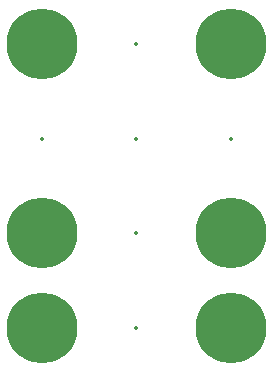
<source format=gbl>
%TF.GenerationSoftware,KiCad,Pcbnew,5.0.0-fee4fd1~66~ubuntu16.04.1*%
%TF.CreationDate,2018-09-25T21:07:20-07:00*%
%TF.ProjectId,3x4-CR2032-Coin-Cell-Magnet,3378342D4352323033322D436F696E2D,v1.2*%
%TF.SameCoordinates,Original*%
%TF.FileFunction,Copper,L2,Bot,Signal*%
%TF.FilePolarity,Positive*%
%FSLAX46Y46*%
G04 Gerber Fmt 4.6, Leading zero omitted, Abs format (unit mm)*
G04 Created by KiCad (PCBNEW 5.0.0-fee4fd1~66~ubuntu16.04.1) date Tue Sep 25 21:07:20 2018*
%MOMM*%
%LPD*%
G01*
G04 APERTURE LIST*
%ADD10C,6.000000*%
%ADD11C,0.350000*%
G04 APERTURE END LIST*
D10*
X21769800Y-49431400D03*
X37769800Y-49431400D03*
X21769800Y-65431400D03*
X37769800Y-65431400D03*
X21769800Y-73431400D03*
X37769800Y-73431400D03*
D11*
X29769800Y-57431400D03*
X21769800Y-57431400D03*
X37769800Y-57431400D03*
X21769800Y-49431400D03*
X29769800Y-49431400D03*
X37769800Y-49431400D03*
X21769800Y-65431400D03*
X29769800Y-65431400D03*
X37769800Y-65431400D03*
X21769800Y-73431400D03*
X29769800Y-73431400D03*
X37769800Y-73431400D03*
M02*

</source>
